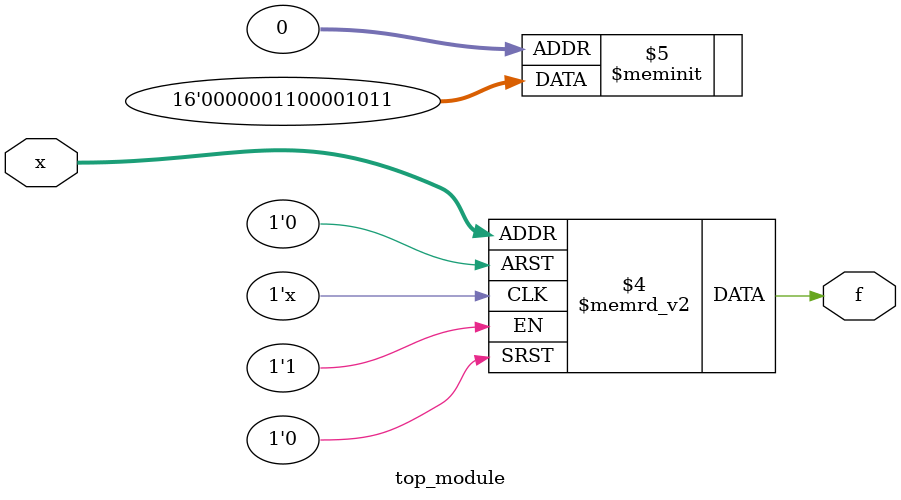
<source format=sv>
module top_module (
    input [4:1] x,
    output logic f
);

always_comb begin
    case ({x[4], x[3], x[2], x[1]})
        4'b0000 : f = 1'b1;
        4'b0001 : f = 1'b1;
        4'b0010 : f = 1'b0;
        4'b0011 : f = 1'b1;
        4'b0100 : f = 1'b0;
        4'b0101 : f = 1'b0;
        4'b0110 : f = 1'b0;
        4'b0111 : f = 1'b0;
        4'b1000 : f = 1'b1;
        4'b1001 : f = 1'b1;
        4'b1010 : f = 1'b0;
        4'b1011 : f = 1'b0;
        default : f = 1'b0;
    endcase
end

endmodule

</source>
